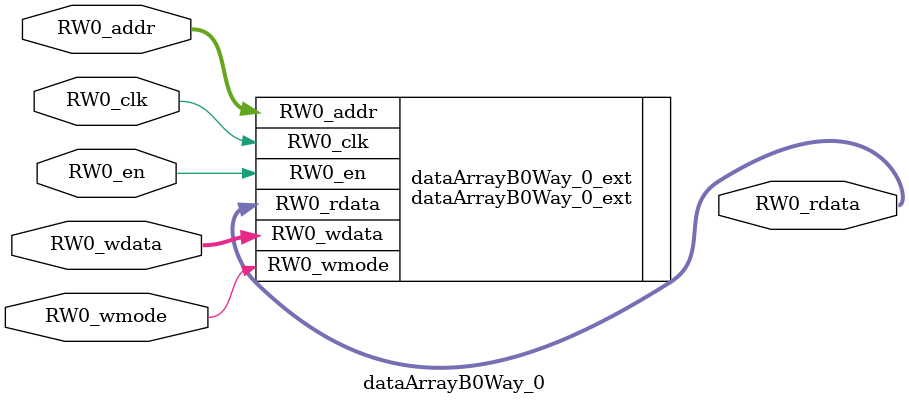
<source format=sv>
`ifndef RANDOMIZE
  `ifdef RANDOMIZE_REG_INIT
    `define RANDOMIZE
  `endif // RANDOMIZE_REG_INIT
`endif // not def RANDOMIZE
`ifndef RANDOMIZE
  `ifdef RANDOMIZE_MEM_INIT
    `define RANDOMIZE
  `endif // RANDOMIZE_MEM_INIT
`endif // not def RANDOMIZE

`ifndef RANDOM
  `define RANDOM $random
`endif // not def RANDOM

// Users can define 'PRINTF_COND' to add an extra gate to prints.
`ifndef PRINTF_COND_
  `ifdef PRINTF_COND
    `define PRINTF_COND_ (`PRINTF_COND)
  `else  // PRINTF_COND
    `define PRINTF_COND_ 1
  `endif // PRINTF_COND
`endif // not def PRINTF_COND_

// Users can define 'ASSERT_VERBOSE_COND' to add an extra gate to assert error printing.
`ifndef ASSERT_VERBOSE_COND_
  `ifdef ASSERT_VERBOSE_COND
    `define ASSERT_VERBOSE_COND_ (`ASSERT_VERBOSE_COND)
  `else  // ASSERT_VERBOSE_COND
    `define ASSERT_VERBOSE_COND_ 1
  `endif // ASSERT_VERBOSE_COND
`endif // not def ASSERT_VERBOSE_COND_

// Users can define 'STOP_COND' to add an extra gate to stop conditions.
`ifndef STOP_COND_
  `ifdef STOP_COND
    `define STOP_COND_ (`STOP_COND)
  `else  // STOP_COND
    `define STOP_COND_ 1
  `endif // STOP_COND
`endif // not def STOP_COND_

// Users can define INIT_RANDOM as general code that gets injected into the
// initializer block for modules with registers.
`ifndef INIT_RANDOM
  `define INIT_RANDOM
`endif // not def INIT_RANDOM

// If using random initialization, you can also define RANDOMIZE_DELAY to
// customize the delay used, otherwise 0.002 is used.
`ifndef RANDOMIZE_DELAY
  `define RANDOMIZE_DELAY 0.002
`endif // not def RANDOMIZE_DELAY

// Define INIT_RANDOM_PROLOG_ for use in our modules below.
`ifndef INIT_RANDOM_PROLOG_
  `ifdef RANDOMIZE
    `ifdef VERILATOR
      `define INIT_RANDOM_PROLOG_ `INIT_RANDOM
    `else  // VERILATOR
      `define INIT_RANDOM_PROLOG_ `INIT_RANDOM #`RANDOMIZE_DELAY begin end
    `endif // VERILATOR
  `else  // RANDOMIZE
    `define INIT_RANDOM_PROLOG_
  `endif // RANDOMIZE
`endif // not def INIT_RANDOM_PROLOG_

module dataArrayB0Way_0(	// @[DescribedSRAM.scala:17:26]
  input  [7:0]  RW0_addr,
  input         RW0_en,
                RW0_clk,
                RW0_wmode,
  input  [63:0] RW0_wdata,
  output [63:0] RW0_rdata
);

  dataArrayB0Way_0_ext dataArrayB0Way_0_ext (	// @[DescribedSRAM.scala:17:26]
    .RW0_addr  (RW0_addr),
    .RW0_en    (RW0_en),
    .RW0_clk   (RW0_clk),
    .RW0_wmode (RW0_wmode),
    .RW0_wdata (RW0_wdata),
    .RW0_rdata (RW0_rdata)
  );
endmodule


</source>
